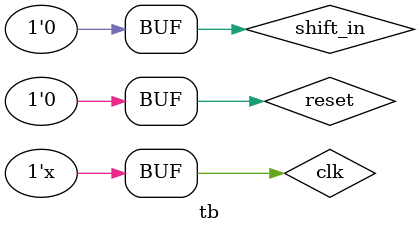
<source format=v>
module shift_register#(parameter N = 4)(input clk, reset,shift_in, output reg [N-1:0] out);
	always @(posedge clk or posedge reset) begin
		if(reset) 
			out <= {N{1'b0}};
		else
			out <= {out[N-2:0],shift_in};
	end
endmodule


module tb();
	reg clk = 1'b0;
	reg reset;
	reg shift_in;
	wire [3:0] out;
	always #1 clk = ~clk;
	shift_register sr(clk,reset,shift_in,out);
	initial begin
		reset = 1'b1;
		#10;
		reset = 1'b0;
		shift_in = 1'b1;
		#10;
		shift_in = 1'b0;
		#10;
	end
endmodule
	
	
</source>
